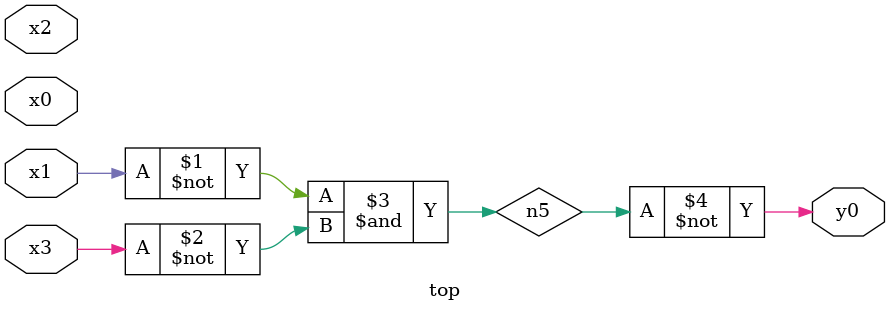
<source format=v>
module top( x0 , x1 , x2 , x3 , y0 );
  input x0 , x1 , x2 , x3 ;
  output y0 ;
  wire n5 ;
  assign n5 = ~x1 & ~x3 ;
  assign y0 = ~n5 ;
endmodule

</source>
